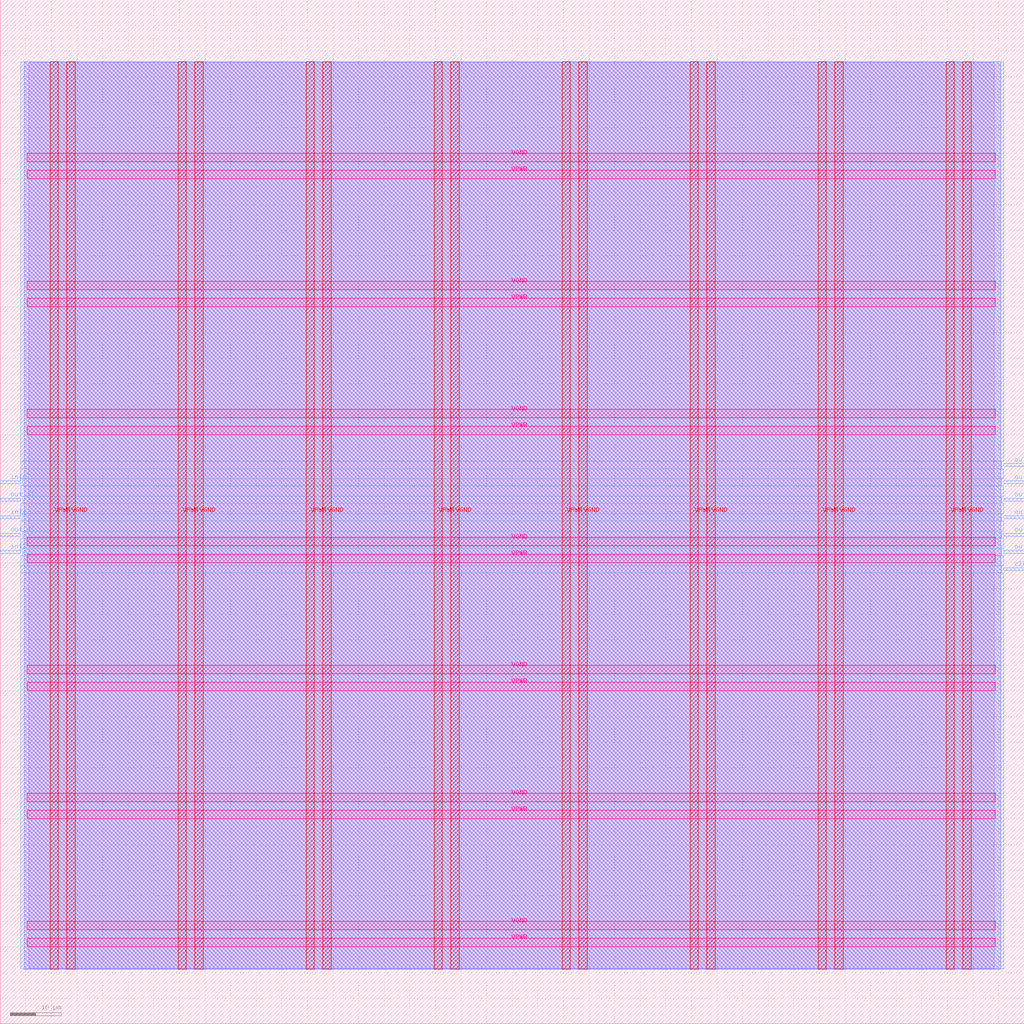
<source format=lef>
VERSION 5.7 ;
  NOWIREEXTENSIONATPIN ON ;
  DIVIDERCHAR "/" ;
  BUSBITCHARS "[]" ;
MACRO pes_decoder
  CLASS BLOCK ;
  FOREIGN pes_decoder ;
  ORIGIN 0.000 0.000 ;
  SIZE 200.000 BY 200.000 ;
  PIN VGND
    DIRECTION INOUT ;
    USE GROUND ;
    PORT
      LAYER met4 ;
        RECT 13.020 10.640 14.620 187.920 ;
    END
    PORT
      LAYER met4 ;
        RECT 38.020 10.640 39.620 187.920 ;
    END
    PORT
      LAYER met4 ;
        RECT 63.020 10.640 64.620 187.920 ;
    END
    PORT
      LAYER met4 ;
        RECT 88.020 10.640 89.620 187.920 ;
    END
    PORT
      LAYER met4 ;
        RECT 113.020 10.640 114.620 187.920 ;
    END
    PORT
      LAYER met4 ;
        RECT 138.020 10.640 139.620 187.920 ;
    END
    PORT
      LAYER met4 ;
        RECT 163.020 10.640 164.620 187.920 ;
    END
    PORT
      LAYER met4 ;
        RECT 188.020 10.640 189.620 187.920 ;
    END
    PORT
      LAYER met5 ;
        RECT 5.280 18.380 194.360 19.980 ;
    END
    PORT
      LAYER met5 ;
        RECT 5.280 43.380 194.360 44.980 ;
    END
    PORT
      LAYER met5 ;
        RECT 5.280 68.380 194.360 69.980 ;
    END
    PORT
      LAYER met5 ;
        RECT 5.280 93.380 194.360 94.980 ;
    END
    PORT
      LAYER met5 ;
        RECT 5.280 118.380 194.360 119.980 ;
    END
    PORT
      LAYER met5 ;
        RECT 5.280 143.380 194.360 144.980 ;
    END
    PORT
      LAYER met5 ;
        RECT 5.280 168.380 194.360 169.980 ;
    END
  END VGND
  PIN VPWR
    DIRECTION INOUT ;
    USE POWER ;
    PORT
      LAYER met4 ;
        RECT 9.720 10.640 11.320 187.920 ;
    END
    PORT
      LAYER met4 ;
        RECT 34.720 10.640 36.320 187.920 ;
    END
    PORT
      LAYER met4 ;
        RECT 59.720 10.640 61.320 187.920 ;
    END
    PORT
      LAYER met4 ;
        RECT 84.720 10.640 86.320 187.920 ;
    END
    PORT
      LAYER met4 ;
        RECT 109.720 10.640 111.320 187.920 ;
    END
    PORT
      LAYER met4 ;
        RECT 134.720 10.640 136.320 187.920 ;
    END
    PORT
      LAYER met4 ;
        RECT 159.720 10.640 161.320 187.920 ;
    END
    PORT
      LAYER met4 ;
        RECT 184.720 10.640 186.320 187.920 ;
    END
    PORT
      LAYER met5 ;
        RECT 5.280 15.080 194.360 16.680 ;
    END
    PORT
      LAYER met5 ;
        RECT 5.280 40.080 194.360 41.680 ;
    END
    PORT
      LAYER met5 ;
        RECT 5.280 65.080 194.360 66.680 ;
    END
    PORT
      LAYER met5 ;
        RECT 5.280 90.080 194.360 91.680 ;
    END
    PORT
      LAYER met5 ;
        RECT 5.280 115.080 194.360 116.680 ;
    END
    PORT
      LAYER met5 ;
        RECT 5.280 140.080 194.360 141.680 ;
    END
    PORT
      LAYER met5 ;
        RECT 5.280 165.080 194.360 166.680 ;
    END
  END VPWR
  PIN clk
    DIRECTION INPUT ;
    USE SIGNAL ;
    ANTENNAGATEAREA 0.852000 ;
    PORT
      LAYER met3 ;
        RECT 196.000 88.440 200.000 89.040 ;
    END
  END clk
  PIN in[0]
    DIRECTION INPUT ;
    USE SIGNAL ;
    ANTENNAGATEAREA 0.159000 ;
    PORT
      LAYER met3 ;
        RECT 0.000 105.440 4.000 106.040 ;
    END
  END in[0]
  PIN in[1]
    DIRECTION INPUT ;
    USE SIGNAL ;
    ANTENNAGATEAREA 0.159000 ;
    PORT
      LAYER met3 ;
        RECT 0.000 98.640 4.000 99.240 ;
    END
  END in[1]
  PIN in[2]
    DIRECTION INPUT ;
    USE SIGNAL ;
    ANTENNAGATEAREA 0.159000 ;
    PORT
      LAYER met3 ;
        RECT 0.000 91.840 4.000 92.440 ;
    END
  END in[2]
  PIN out[0]
    DIRECTION OUTPUT TRISTATE ;
    USE SIGNAL ;
    ANTENNADIFFAREA 0.340600 ;
    PORT
      LAYER met3 ;
        RECT 0.000 95.240 4.000 95.840 ;
    END
  END out[0]
  PIN out[1]
    DIRECTION OUTPUT TRISTATE ;
    USE SIGNAL ;
    ANTENNADIFFAREA 0.340600 ;
    PORT
      LAYER met3 ;
        RECT 196.000 98.640 200.000 99.240 ;
    END
  END out[1]
  PIN out[2]
    DIRECTION OUTPUT TRISTATE ;
    USE SIGNAL ;
    ANTENNADIFFAREA 0.340600 ;
    PORT
      LAYER met3 ;
        RECT 0.000 102.040 4.000 102.640 ;
    END
  END out[2]
  PIN out[3]
    DIRECTION OUTPUT TRISTATE ;
    USE SIGNAL ;
    ANTENNADIFFAREA 0.340600 ;
    PORT
      LAYER met3 ;
        RECT 196.000 108.840 200.000 109.440 ;
    END
  END out[3]
  PIN out[4]
    DIRECTION OUTPUT TRISTATE ;
    USE SIGNAL ;
    ANTENNADIFFAREA 0.340600 ;
    PORT
      LAYER met3 ;
        RECT 196.000 95.240 200.000 95.840 ;
    END
  END out[4]
  PIN out[5]
    DIRECTION OUTPUT TRISTATE ;
    USE SIGNAL ;
    ANTENNADIFFAREA 0.340600 ;
    PORT
      LAYER met3 ;
        RECT 196.000 91.840 200.000 92.440 ;
    END
  END out[5]
  PIN out[6]
    DIRECTION OUTPUT TRISTATE ;
    USE SIGNAL ;
    ANTENNADIFFAREA 0.340600 ;
    PORT
      LAYER met3 ;
        RECT 196.000 105.440 200.000 106.040 ;
    END
  END out[6]
  PIN out[7]
    DIRECTION OUTPUT TRISTATE ;
    USE SIGNAL ;
    ANTENNADIFFAREA 0.340600 ;
    PORT
      LAYER met3 ;
        RECT 196.000 102.040 200.000 102.640 ;
    END
  END out[7]
  OBS
      LAYER li1 ;
        RECT 5.520 10.795 194.120 187.765 ;
      LAYER met1 ;
        RECT 4.670 10.640 195.430 187.920 ;
      LAYER met2 ;
        RECT 4.690 10.695 195.410 187.865 ;
      LAYER met3 ;
        RECT 3.990 109.840 196.000 187.845 ;
        RECT 3.990 108.440 195.600 109.840 ;
        RECT 3.990 106.440 196.000 108.440 ;
        RECT 4.400 105.040 195.600 106.440 ;
        RECT 3.990 103.040 196.000 105.040 ;
        RECT 4.400 101.640 195.600 103.040 ;
        RECT 3.990 99.640 196.000 101.640 ;
        RECT 4.400 98.240 195.600 99.640 ;
        RECT 3.990 96.240 196.000 98.240 ;
        RECT 4.400 94.840 195.600 96.240 ;
        RECT 3.990 92.840 196.000 94.840 ;
        RECT 4.400 91.440 195.600 92.840 ;
        RECT 3.990 89.440 196.000 91.440 ;
        RECT 3.990 88.040 195.600 89.440 ;
        RECT 3.990 10.715 196.000 88.040 ;
  END
END pes_decoder
END LIBRARY


</source>
